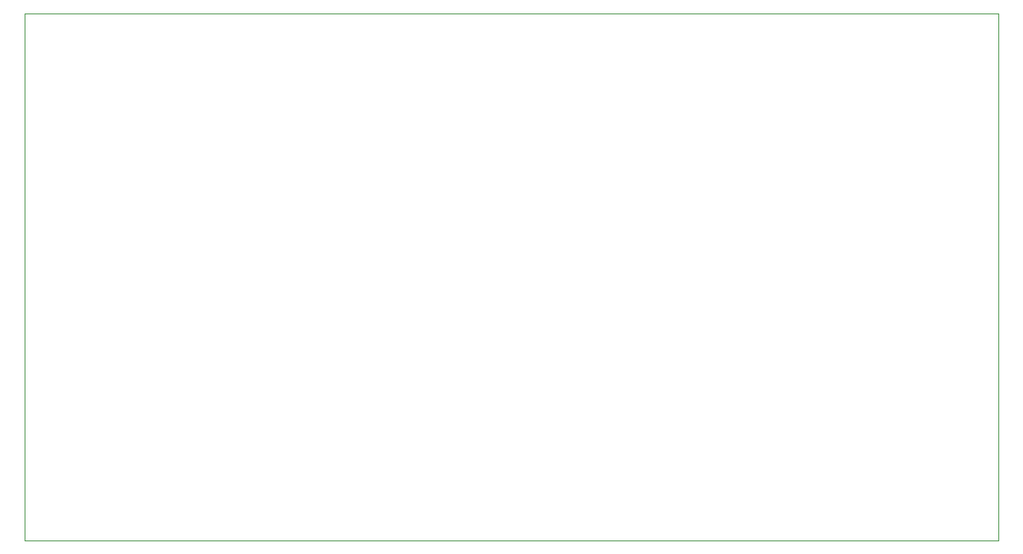
<source format=gbr>
%TF.GenerationSoftware,KiCad,Pcbnew,(6.0.5)*%
%TF.CreationDate,2022-05-16T15:03:43-04:00*%
%TF.ProjectId,PrawnBlaster_Connectorized,50726177-6e42-46c6-9173-7465725f436f,rev?*%
%TF.SameCoordinates,Original*%
%TF.FileFunction,Profile,NP*%
%FSLAX46Y46*%
G04 Gerber Fmt 4.6, Leading zero omitted, Abs format (unit mm)*
G04 Created by KiCad (PCBNEW (6.0.5)) date 2022-05-16 15:03:43*
%MOMM*%
%LPD*%
G01*
G04 APERTURE LIST*
%TA.AperFunction,Profile*%
%ADD10C,0.100000*%
%TD*%
G04 APERTURE END LIST*
D10*
X81775200Y-57785000D02*
X185575600Y-57785000D01*
X185575600Y-57785000D02*
X185575600Y-113910000D01*
X185575600Y-113910000D02*
X81775200Y-113910000D01*
X81775200Y-113910000D02*
X81775200Y-57785000D01*
M02*

</source>
